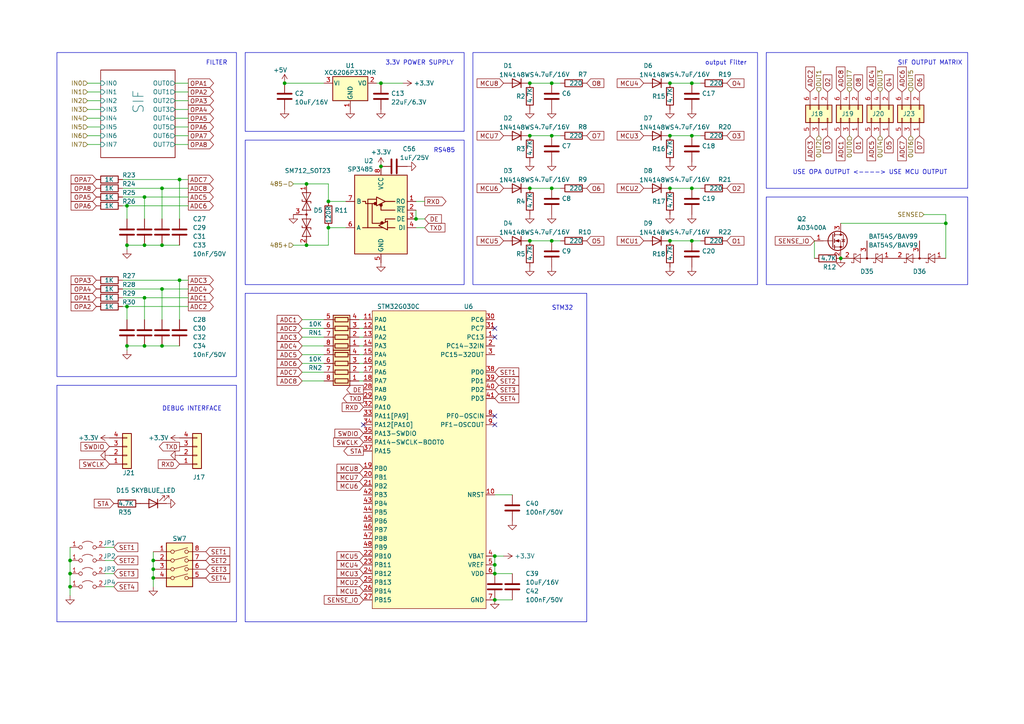
<source format=kicad_sch>
(kicad_sch (version 20230121) (generator eeschema)
  (paper "A4")
  (junction (at 36.83 100.33))
  (junction (at 44.45 165.1))
  (junction (at 20.32 166.37))
  (junction (at 41.91 71.12))
  (junction (at 194.31 24.13))
  (junction (at 160.02 54.61))
  (junction (at 41.91 57.15))
  (junction (at 143.51 166.37))
  (junction (at 41.91 86.36))
  (junction (at 88.9 71.12))
  (junction (at 194.31 69.85))
  (junction (at 52.07 81.28))
  (junction (at 200.66 24.13))
  (junction (at 110.49 24.13))
  (junction (at 36.83 71.12))
  (junction (at 143.51 163.83))
  (junction (at 153.67 39.37))
  (junction (at 110.49 48.26))
  (junction (at 20.32 170.18))
  (junction (at 200.66 54.61))
  (junction (at 160.02 39.37))
  (junction (at 44.45 167.64))
  (junction (at 153.67 69.85))
  (junction (at 194.31 54.61))
  (junction (at 160.02 24.13))
  (junction (at 46.99 54.61))
  (junction (at 88.9 53.34))
  (junction (at 95.25 66.04))
  (junction (at 143.51 161.29))
  (junction (at 52.07 52.07))
  (junction (at 46.99 83.82))
  (junction (at 95.25 58.42))
  (junction (at 274.32 64.77))
  (junction (at 41.91 100.33))
  (junction (at 153.67 24.13))
  (junction (at 44.45 162.56))
  (junction (at 82.55 24.13))
  (junction (at 46.99 100.33))
  (junction (at 46.99 71.12))
  (junction (at 194.31 39.37))
  (junction (at 200.66 69.85))
  (junction (at 36.83 59.69))
  (junction (at 243.84 74.93))
  (junction (at 20.32 162.56))
  (junction (at 160.02 69.85))
  (junction (at 143.51 173.99))
  (junction (at 200.66 39.37))
  (junction (at 36.83 88.9))
  (junction (at 120.65 63.5))
  (junction (at 153.67 54.61))
  (no_connect (at 143.51 95.25))
  (no_connect (at 143.51 120.65))
  (no_connect (at 143.51 97.79))
  (no_connect (at 105.41 123.19))
  (no_connect (at 143.51 123.19))
  (wire (pts (xy 87.63 110.49) (xy 93.98 110.49)))
  (wire (pts (xy 52.07 52.07) (xy 54.61 52.07)))
  (wire (pts (xy 95.25 66.04) (xy 100.33 66.04)))
  (wire (pts (xy 87.63 92.71) (xy 93.98 92.71)))
  (wire (pts (xy 20.32 162.56) (xy 20.32 166.37)))
  (wire (pts (xy 109.22 24.13) (xy 110.49 24.13)))
  (wire (pts (xy 123.19 66.04) (xy 120.65 66.04)))
  (wire (pts (xy 33.02 166.37) (xy 30.48 166.37)))
  (wire (pts (xy 87.63 97.79) (xy 93.98 97.79)))
  (wire (pts (xy 120.65 60.96) (xy 120.65 63.5)))
  (wire (pts (xy 160.02 54.61) (xy 162.56 54.61)))
  (wire (pts (xy 104.14 97.79) (xy 105.41 97.79)))
  (wire (pts (xy 143.51 161.29) (xy 146.05 161.29)))
  (wire (pts (xy 35.56 83.82) (xy 46.99 83.82)))
  (wire (pts (xy 41.91 92.71) (xy 41.91 86.36)))
  (wire (pts (xy 50.8 39.37) (xy 54.61 39.37)))
  (wire (pts (xy 104.14 102.87) (xy 105.41 102.87)))
  (wire (pts (xy 36.83 71.12) (xy 41.91 71.12)))
  (wire (pts (xy 52.07 52.07) (xy 52.07 63.5)))
  (wire (pts (xy 153.67 39.37) (xy 160.02 39.37)))
  (wire (pts (xy 46.99 83.82) (xy 54.61 83.82)))
  (wire (pts (xy 52.07 81.28) (xy 54.61 81.28)))
  (wire (pts (xy 88.9 53.34) (xy 95.25 53.34)))
  (wire (pts (xy 50.8 36.83) (xy 54.61 36.83)))
  (wire (pts (xy 41.91 86.36) (xy 54.61 86.36)))
  (wire (pts (xy 87.63 107.95) (xy 93.98 107.95)))
  (wire (pts (xy 35.56 86.36) (xy 41.91 86.36)))
  (wire (pts (xy 153.67 69.85) (xy 160.02 69.85)))
  (wire (pts (xy 36.83 72.39) (xy 36.83 71.12)))
  (wire (pts (xy 25.4 41.91) (xy 29.21 41.91)))
  (wire (pts (xy 20.32 166.37) (xy 20.32 170.18)))
  (wire (pts (xy 36.83 100.33) (xy 41.91 100.33)))
  (wire (pts (xy 33.02 162.56) (xy 30.48 162.56)))
  (wire (pts (xy 35.56 54.61) (xy 46.99 54.61)))
  (wire (pts (xy 41.91 57.15) (xy 54.61 57.15)))
  (wire (pts (xy 82.55 24.13) (xy 93.98 24.13)))
  (polyline (pts (xy 68.58 180.34) (xy 68.58 111.76)))
  (polyline (pts (xy 16.51 111.76) (xy 68.58 111.76)))
  (wire (pts (xy 160.02 39.37) (xy 162.56 39.37)))
  (wire (pts (xy 25.4 39.37) (xy 29.21 39.37)))
  (wire (pts (xy 25.4 34.29) (xy 29.21 34.29)))
  (wire (pts (xy 87.63 105.41) (xy 93.98 105.41)))
  (wire (pts (xy 25.4 24.13) (xy 29.21 24.13)))
  (wire (pts (xy 95.25 58.42) (xy 100.33 58.42)))
  (wire (pts (xy 50.8 29.21) (xy 54.61 29.21)))
  (wire (pts (xy 41.91 71.12) (xy 46.99 71.12)))
  (wire (pts (xy 274.32 62.23) (xy 267.97 62.23)))
  (wire (pts (xy 143.51 163.83) (xy 143.51 166.37)))
  (wire (pts (xy 50.8 41.91) (xy 54.61 41.91)))
  (wire (pts (xy 44.45 162.56) (xy 44.45 165.1)))
  (wire (pts (xy 46.99 71.12) (xy 52.07 71.12)))
  (polyline (pts (xy 71.12 85.09) (xy 71.12 180.34)))
  (wire (pts (xy 50.8 26.67) (xy 54.61 26.67)))
  (polyline (pts (xy 170.18 85.09) (xy 71.12 85.09)))
  (wire (pts (xy 194.31 39.37) (xy 200.66 39.37)))
  (wire (pts (xy 87.63 95.25) (xy 93.98 95.25)))
  (wire (pts (xy 25.4 31.75) (xy 29.21 31.75)))
  (wire (pts (xy 50.8 24.13) (xy 54.61 24.13)))
  (wire (pts (xy 104.14 100.33) (xy 105.41 100.33)))
  (wire (pts (xy 36.83 59.69) (xy 54.61 59.69)))
  (polyline (pts (xy 71.12 180.34) (xy 170.18 180.34)))
  (wire (pts (xy 104.14 105.41) (xy 105.41 105.41)))
  (wire (pts (xy 274.32 62.23) (xy 274.32 64.77)))
  (wire (pts (xy 110.49 24.13) (xy 116.84 24.13)))
  (wire (pts (xy 148.59 143.51) (xy 143.51 143.51)))
  (wire (pts (xy 35.56 59.69) (xy 36.83 59.69)))
  (wire (pts (xy 44.45 160.02) (xy 44.45 162.56)))
  (wire (pts (xy 160.02 24.13) (xy 162.56 24.13)))
  (wire (pts (xy 274.32 74.93) (xy 274.32 64.77)))
  (polyline (pts (xy 170.18 180.34) (xy 170.18 85.09)))
  (wire (pts (xy 200.66 54.61) (xy 203.2 54.61)))
  (wire (pts (xy 153.67 24.13) (xy 160.02 24.13)))
  (wire (pts (xy 44.45 167.64) (xy 44.45 170.18)))
  (wire (pts (xy 50.8 34.29) (xy 54.61 34.29)))
  (wire (pts (xy 20.32 170.18) (xy 20.32 172.72)))
  (wire (pts (xy 36.83 59.69) (xy 36.83 63.5)))
  (polyline (pts (xy 16.51 111.76) (xy 16.51 180.34)))
  (wire (pts (xy 143.51 166.37) (xy 148.59 166.37)))
  (wire (pts (xy 200.66 39.37) (xy 203.2 39.37)))
  (wire (pts (xy 104.14 110.49) (xy 105.41 110.49)))
  (wire (pts (xy 46.99 54.61) (xy 54.61 54.61)))
  (wire (pts (xy 25.4 26.67) (xy 29.21 26.67)))
  (wire (pts (xy 104.14 92.71) (xy 105.41 92.71)))
  (wire (pts (xy 33.02 170.18) (xy 30.48 170.18)))
  (wire (pts (xy 236.22 74.93) (xy 236.22 69.85)))
  (wire (pts (xy 46.99 54.61) (xy 46.99 63.5)))
  (wire (pts (xy 41.91 100.33) (xy 46.99 100.33)))
  (polyline (pts (xy 16.51 180.34) (xy 68.58 180.34)))
  (wire (pts (xy 194.31 24.13) (xy 200.66 24.13)))
  (wire (pts (xy 46.99 100.33) (xy 52.07 100.33)))
  (wire (pts (xy 143.51 161.29) (xy 143.51 163.83)))
  (wire (pts (xy 104.14 95.25) (xy 105.41 95.25)))
  (wire (pts (xy 46.99 83.82) (xy 46.99 92.71)))
  (wire (pts (xy 243.84 64.77) (xy 274.32 64.77)))
  (wire (pts (xy 160.02 69.85) (xy 162.56 69.85)))
  (wire (pts (xy 36.83 88.9) (xy 36.83 92.71)))
  (wire (pts (xy 25.4 36.83) (xy 29.21 36.83)))
  (wire (pts (xy 95.25 71.12) (xy 95.25 66.04)))
  (wire (pts (xy 200.66 24.13) (xy 203.2 24.13)))
  (wire (pts (xy 85.09 71.12) (xy 88.9 71.12)))
  (wire (pts (xy 95.25 53.34) (xy 95.25 58.42)))
  (wire (pts (xy 50.8 31.75) (xy 54.61 31.75)))
  (wire (pts (xy 20.32 158.75) (xy 20.32 162.56)))
  (wire (pts (xy 104.14 107.95) (xy 105.41 107.95)))
  (wire (pts (xy 194.31 54.61) (xy 200.66 54.61)))
  (wire (pts (xy 35.56 81.28) (xy 52.07 81.28)))
  (wire (pts (xy 194.31 69.85) (xy 200.66 69.85)))
  (wire (pts (xy 123.19 63.5) (xy 120.65 63.5)))
  (wire (pts (xy 85.09 53.34) (xy 88.9 53.34)))
  (wire (pts (xy 87.63 100.33) (xy 93.98 100.33)))
  (wire (pts (xy 123.19 58.42) (xy 120.65 58.42)))
  (wire (pts (xy 35.56 88.9) (xy 36.83 88.9)))
  (wire (pts (xy 143.51 173.99) (xy 148.59 173.99)))
  (wire (pts (xy 52.07 81.28) (xy 52.07 92.71)))
  (wire (pts (xy 36.83 101.6) (xy 36.83 100.33)))
  (wire (pts (xy 41.91 63.5) (xy 41.91 57.15)))
  (wire (pts (xy 35.56 57.15) (xy 41.91 57.15)))
  (wire (pts (xy 33.02 158.75) (xy 30.48 158.75)))
  (wire (pts (xy 87.63 102.87) (xy 93.98 102.87)))
  (wire (pts (xy 25.4 29.21) (xy 29.21 29.21)))
  (wire (pts (xy 200.66 69.85) (xy 203.2 69.85)))
  (wire (pts (xy 153.67 54.61) (xy 160.02 54.61)))
  (wire (pts (xy 44.45 165.1) (xy 44.45 167.64)))
  (wire (pts (xy 88.9 71.12) (xy 95.25 71.12)))
  (wire (pts (xy 35.56 52.07) (xy 52.07 52.07)))
  (wire (pts (xy 36.83 88.9) (xy 54.61 88.9)))
  (rectangle (start 137.16 15.24) (end 219.71 82.55))
  (rectangle (start 16.51 15.24) (end 68.58 109.22))
  (rectangle (start 222.25 57.15) (end 280.67 82.55))
  (rectangle (start 71.12 15.24) (end 134.62 38.1))
  (rectangle (start 222.25 15.24) (end 280.67 54.61))
  (rectangle (start 71.12 40.64) (end 134.62 82.55))
  (text "SIF OUTPUT MATRIX" (at 260.35 19.05 0) (effects (font (size 1.27 1.27)) (justify left bottom)))
  (text "DEBUG INTERFACE" (at 46.99 119.38 0) (effects (font (size 1.27 1.27)) (justify left bottom)))
  (text "STM32" (at 160.02 90.17 0) (effects (font (size 1.27 1.27)) (justify left bottom)))
  (text "3.3V POWER SUPPLY" (at 111.76 19.05 0) (effects (font (size 1.27 1.27)) (justify left bottom)))
  (text "RS485" (at 125.73 44.45 0) (effects (font (size 1.27 1.27)) (justify left bottom)))
  (text "output Filter" (at 204.47 19.05 0) (effects (font (size 1.27 1.27)) (justify left bottom)))
  (text "USE OPA OUTPUT <----> USE MCU OUTPUT" (at 229.87 50.8 0) (effects (font (size 1.27 1.27)) (justify left bottom)))
  (text "FILTER" (at 59.69 19.05 0) (effects (font (size 1.27 1.27)) (justify left bottom)))
  (global_label "ADC8" (shape input) (at 87.63 110.49 180) (property "Intersheetrefs" "${INTERSHEET_REFS}" (effects hide)))
  (global_label "OPA2" (shape output) (at 54.61 26.67 0) (property "Intersheetrefs" "${INTERSHEET_REFS}" (effects hide)))
  (global_label "ADC4" (shape input) (at 87.63 100.33 180) (property "Intersheetrefs" "${INTERSHEET_REFS}" (effects hide)))
  (global_label "O3" (shape input) (at 240.03 39.37 270) (property "Intersheetrefs" "${INTERSHEET_REFS}" (effects hide)))
  (global_label "ADC8" (shape output) (at 54.61 54.61 0) (property "Intersheetrefs" "${INTERSHEET_REFS}" (effects hide)))
  (global_label "O4" (shape input) (at 210.82 24.13 0) (property "Intersheetrefs" "${INTERSHEET_REFS}" (effects hide)))
  (global_label "MCU7" (shape input) (at 146.05 39.37 180) (property "Intersheetrefs" "${INTERSHEET_REFS}" (effects hide)))
  (global_label "MCU5" (shape input) (at 146.05 69.85 180) (property "Intersheetrefs" "${INTERSHEET_REFS}" (effects hide)))
  (global_label "O8" (shape input) (at 248.92 26.67 90) (property "Intersheetrefs" "${INTERSHEET_REFS}" (effects hide)))
  (global_label "MCU3" (shape input) (at 186.69 39.37 180) (property "Intersheetrefs" "${INTERSHEET_REFS}" (effects hide)))
  (global_label "DE" (shape output) (at 105.41 113.03 180) (property "Intersheetrefs" "${INTERSHEET_REFS}" (effects hide)))
  (global_label "RXD" (shape input) (at 105.41 118.11 180) (property "Intersheetrefs" "${INTERSHEET_REFS}" (effects hide)))
  (global_label "ADC5" (shape input) (at 87.63 102.87 180) (property "Intersheetrefs" "${INTERSHEET_REFS}" (effects hide)))
  (global_label "ADC1" (shape input) (at 87.63 92.71 180) (property "Intersheetrefs" "${INTERSHEET_REFS}" (effects hide)))
  (global_label "MCU7" (shape input) (at 105.41 138.43 180) (property "Intersheetrefs" "${INTERSHEET_REFS}" (effects hide)))
  (global_label "ADC2" (shape input) (at 87.63 95.25 180) (property "Intersheetrefs" "${INTERSHEET_REFS}" (effects hide)))
  (global_label "ADC1" (shape output) (at 54.61 86.36 0) (property "Intersheetrefs" "${INTERSHEET_REFS}" (effects hide)))
  (global_label "OPA4" (shape output) (at 54.61 31.75 0) (property "Intersheetrefs" "${INTERSHEET_REFS}" (effects hide)))
  (global_label "ADC8" (shape input) (at 243.84 26.67 90) (property "Intersheetrefs" "${INTERSHEET_REFS}" (effects hide)))
  (global_label "RXD" (shape output) (at 123.19 58.42 0) (property "Intersheetrefs" "${INTERSHEET_REFS}" (effects hide)))
  (global_label "MCU6" (shape input) (at 105.41 140.97 180) (property "Intersheetrefs" "${INTERSHEET_REFS}" (effects hide)))
  (global_label "MCU2" (shape input) (at 186.69 54.61 180) (property "Intersheetrefs" "${INTERSHEET_REFS}" (effects hide)))
  (global_label "SWCLK" (shape input) (at 105.41 128.27 180) (property "Intersheetrefs" "${INTERSHEET_REFS}" (effects hide)))
  (global_label "TXD" (shape input) (at 123.19 66.04 0) (property "Intersheetrefs" "${INTERSHEET_REFS}" (effects hide)))
  (global_label "ADC6" (shape output) (at 54.61 59.69 0) (property "Intersheetrefs" "${INTERSHEET_REFS}" (effects hide)))
  (global_label "SET4" (shape input) (at 143.51 115.57 0) (property "Intersheetrefs" "${INTERSHEET_REFS}" (effects hide)))
  (global_label "MCU8" (shape input) (at 146.05 24.13 180) (property "Intersheetrefs" "${INTERSHEET_REFS}" (effects hide)))
  (global_label "OPA3" (shape input) (at 27.94 81.28 180) (property "Intersheetrefs" "${INTERSHEET_REFS}" (effects hide)))
  (global_label "SET1" (shape input) (at 33.02 158.75 0) (property "Intersheetrefs" "${INTERSHEET_REFS}" (effects hide)))
  (global_label "SWCLK" (shape input) (at 31.75 134.62 180) (property "Intersheetrefs" "${INTERSHEET_REFS}" (effects hide)))
  (global_label "SET2" (shape input) (at 59.69 162.56 0) (property "Intersheetrefs" "${INTERSHEET_REFS}" (effects hide)))
  (global_label "OPA1" (shape output) (at 54.61 24.13 0) (property "Intersheetrefs" "${INTERSHEET_REFS}" (effects hide)))
  (global_label "O8" (shape input) (at 170.18 24.13 0) (property "Intersheetrefs" "${INTERSHEET_REFS}" (effects hide)))
  (global_label "O2" (shape input) (at 240.03 26.67 90) (property "Intersheetrefs" "${INTERSHEET_REFS}" (effects hide)))
  (global_label "OPA7" (shape input) (at 27.94 52.07 180) (property "Intersheetrefs" "${INTERSHEET_REFS}" (effects hide)))
  (global_label "SET4" (shape input) (at 59.69 167.64 0) (property "Intersheetrefs" "${INTERSHEET_REFS}" (effects hide)))
  (global_label "TXD" (shape output) (at 52.07 129.54 180) (property "Intersheetrefs" "${INTERSHEET_REFS}" (effects hide)))
  (global_label "O7" (shape input) (at 170.18 39.37 0) (property "Intersheetrefs" "${INTERSHEET_REFS}" (effects hide)))
  (global_label "SWDIO" (shape input) (at 31.75 129.54 180) (property "Intersheetrefs" "${INTERSHEET_REFS}" (effects hide)))
  (global_label "MCU1" (shape input) (at 186.69 69.85 180) (property "Intersheetrefs" "${INTERSHEET_REFS}" (effects hide)))
  (global_label "OPA8" (shape input) (at 27.94 54.61 180) (property "Intersheetrefs" "${INTERSHEET_REFS}" (effects hide)))
  (global_label "O1" (shape input) (at 248.92 39.37 270) (property "Intersheetrefs" "${INTERSHEET_REFS}" (effects hide)))
  (global_label "SET4" (shape input) (at 33.02 170.18 0) (property "Intersheetrefs" "${INTERSHEET_REFS}" (effects hide)))
  (global_label "ADC5" (shape input) (at 252.73 39.37 270) (property "Intersheetrefs" "${INTERSHEET_REFS}" (effects hide)))
  (global_label "O6" (shape input) (at 266.7 26.67 90) (property "Intersheetrefs" "${INTERSHEET_REFS}" (effects hide)))
  (global_label "SET1" (shape input) (at 143.51 107.95 0) (property "Intersheetrefs" "${INTERSHEET_REFS}" (effects hide)))
  (global_label "SENSE_IO" (shape input) (at 236.22 69.85 180) (property "Intersheetrefs" "${INTERSHEET_REFS}" (effects hide)))
  (global_label "OPA3" (shape output) (at 54.61 29.21 0) (property "Intersheetrefs" "${INTERSHEET_REFS}" (effects hide)))
  (global_label "ADC4" (shape output) (at 54.61 83.82 0) (property "Intersheetrefs" "${INTERSHEET_REFS}" (effects hide)))
  (global_label "SWDIO" (shape input) (at 105.41 125.73 180) (property "Intersheetrefs" "${INTERSHEET_REFS}" (effects hide)))
  (global_label "ADC7" (shape input) (at 261.62 39.37 270) (property "Intersheetrefs" "${INTERSHEET_REFS}" (effects hide)))
  (global_label "O5" (shape input) (at 257.81 39.37 270) (property "Intersheetrefs" "${INTERSHEET_REFS}" (effects hide)))
  (global_label "OPA6" (shape output) (at 54.61 36.83 0) (property "Intersheetrefs" "${INTERSHEET_REFS}" (effects hide)))
  (global_label "ADC7" (shape input) (at 87.63 107.95 180) (property "Intersheetrefs" "${INTERSHEET_REFS}" (effects hide)))
  (global_label "SET3" (shape input) (at 59.69 165.1 0) (property "Intersheetrefs" "${INTERSHEET_REFS}" (effects hide)))
  (global_label "STA" (shape input) (at 33.02 146.05 180) (property "Intersheetrefs" "${INTERSHEET_REFS}" (effects hide)))
  (global_label "OPA8" (shape output) (at 54.61 41.91 0) (property "Intersheetrefs" "${INTERSHEET_REFS}" (effects hide)))
  (global_label "O5" (shape input) (at 170.18 69.85 0) (property "Intersheetrefs" "${INTERSHEET_REFS}" (effects hide)))
  (global_label "TXD" (shape output) (at 105.41 115.57 180) (property "Intersheetrefs" "${INTERSHEET_REFS}" (effects hide)))
  (global_label "MCU3" (shape input) (at 105.41 166.37 180) (property "Intersheetrefs" "${INTERSHEET_REFS}" (effects hide)))
  (global_label "ADC2" (shape output) (at 54.61 88.9 0) (property "Intersheetrefs" "${INTERSHEET_REFS}" (effects hide)))
  (global_label "ADC3" (shape input) (at 87.63 97.79 180) (property "Intersheetrefs" "${INTERSHEET_REFS}" (effects hide)))
  (global_label "SET2" (shape input) (at 33.02 162.56 0) (property "Intersheetrefs" "${INTERSHEET_REFS}" (effects hide)))
  (global_label "MCU6" (shape input) (at 146.05 54.61 180) (property "Intersheetrefs" "${INTERSHEET_REFS}" (effects hide)))
  (global_label "RXD" (shape input) (at 52.07 134.62 180) (property "Intersheetrefs" "${INTERSHEET_REFS}" (effects hide)))
  (global_label "OPA5" (shape output) (at 54.61 34.29 0) (property "Intersheetrefs" "${INTERSHEET_REFS}" (effects hide)))
  (global_label "DE" (shape input) (at 123.19 63.5 0) (property "Intersheetrefs" "${INTERSHEET_REFS}" (effects hide)))
  (global_label "O3" (shape input) (at 210.82 39.37 0) (property "Intersheetrefs" "${INTERSHEET_REFS}" (effects hide)))
  (global_label "O7" (shape input) (at 266.7 39.37 270) (property "Intersheetrefs" "${INTERSHEET_REFS}" (effects hide)))
  (global_label "MCU2" (shape input) (at 105.41 168.91 180) (property "Intersheetrefs" "${INTERSHEET_REFS}" (effects hide)))
  (global_label "OPA7" (shape output) (at 54.61 39.37 0) (property "Intersheetrefs" "${INTERSHEET_REFS}" (effects hide)))
  (global_label "O1" (shape input) (at 210.82 69.85 0) (property "Intersheetrefs" "${INTERSHEET_REFS}" (effects hide)))
  (global_label "ADC3" (shape input) (at 234.95 39.37 270) (property "Intersheetrefs" "${INTERSHEET_REFS}" (effects hide)))
  (global_label "OPA6" (shape input) (at 27.94 59.69 180) (property "Intersheetrefs" "${INTERSHEET_REFS}" (effects hide)))
  (global_label "ADC2" (shape input) (at 234.95 26.67 90) (property "Intersheetrefs" "${INTERSHEET_REFS}" (effects hide)))
  (global_label "OPA2" (shape input) (at 27.94 88.9 180) (property "Intersheetrefs" "${INTERSHEET_REFS}" (effects hide)))
  (global_label "MCU4" (shape input) (at 186.69 24.13 180) (property "Intersheetrefs" "${INTERSHEET_REFS}" (effects hide)))
  (global_label "MCU1" (shape input) (at 105.41 171.45 180) (property "Intersheetrefs" "${INTERSHEET_REFS}" (effects hide)))
  (global_label "SET3" (shape input) (at 143.51 113.03 0) (property "Intersheetrefs" "${INTERSHEET_REFS}" (effects hide)))
  (global_label "ADC3" (shape output) (at 54.61 81.28 0) (property "Intersheetrefs" "${INTERSHEET_REFS}" (effects hide)))
  (global_label "OPA4" (shape input) (at 27.94 83.82 180) (property "Intersheetrefs" "${INTERSHEET_REFS}" (effects hide)))
  (global_label "SENSE_IO" (shape input) (at 105.41 173.99 180) (property "Intersheetrefs" "${INTERSHEET_REFS}" (effects hide)))
  (global_label "O2" (shape input) (at 210.82 54.61 0) (property "Intersheetrefs" "${INTERSHEET_REFS}" (effects hide)))
  (global_label "SET2" (shape input) (at 143.51 110.49 0) (property "Intersheetrefs" "${INTERSHEET_REFS}" (effects hide)))
  (global_label "STA" (shape output) (at 105.41 130.81 180) (property "Intersheetrefs" "${INTERSHEET_REFS}" (effects hide)))
  (global_label "MCU8" (shape input) (at 105.41 135.89 180) (property "Intersheetrefs" "${INTERSHEET_REFS}" (effects hide)))
  (global_label "O6" (shape input) (at 170.18 54.61 0) (property "Intersheetrefs" "${INTERSHEET_REFS}" (effects hide)))
  (global_label "ADC6" (shape input) (at 87.63 105.41 180) (property "Intersheetrefs" "${INTERSHEET_REFS}" (effects hide)))
  (global_label "MCU4" (shape input) (at 105.41 163.83 180) (property "Intersheetrefs" "${INTERSHEET_REFS}" (effects hide)))
  (global_label "SET1" (shape input) (at 59.69 160.02 0) (property "Intersheetrefs" "${INTERSHEET_REFS}" (effects hide)))
  (global_label "O4" (shape input) (at 257.81 26.67 90) (property "Intersheetrefs" "${INTERSHEET_REFS}" (effects hide)))
  (global_label "ADC6" (shape input) (at 261.62 26.67 90) (property "Intersheetrefs" "${INTERSHEET_REFS}" (effects hide)))
  (global_label "ADC5" (shape output) (at 54.61 57.15 0) (property "Intersheetrefs" "${INTERSHEET_REFS}" (effects hide)))
  (global_label "MCU5" (shape input) (at 105.41 161.29 180) (property "Intersheetrefs" "${INTERSHEET_REFS}" (effects hide)))
  (global_label "ADC1" (shape input) (at 243.84 39.37 270) (property "Intersheetrefs" "${INTERSHEET_REFS}" (effects hide)))
  (global_label "OPA5" (shape input) (at 27.94 57.15 180) (property "Intersheetrefs" "${INTERSHEET_REFS}" (effects hide)))
  (global_label "OPA1" (shape input) (at 27.94 86.36 180) (property "Intersheetrefs" "${INTERSHEET_REFS}" (effects hide)))
  (global_label "ADC4" (shape input) (at 252.73 26.67 90) (property "Intersheetrefs" "${INTERSHEET_REFS}" (effects hide)))
  (global_label "ADC7" (shape output) (at 54.61 52.07 0) (property "Intersheetrefs" "${INTERSHEET_REFS}" (effects hide)))
  (global_label "SET3" (shape input) (at 33.02 166.37 0) (property "Intersheetrefs" "${INTERSHEET_REFS}" (effects hide)))
  (hierarchical_label "IN3" (shape input) (at 25.4 31.75 180))
  (hierarchical_label "IN5" (shape input) (at 25.4 36.83 180))
  (hierarchical_label "IN4" (shape input) (at 25.4 34.29 180))
  (hierarchical_label "OUT3" (shape input) (at 255.27 26.67 90))
  (hierarchical_label "IN7" (shape input) (at 25.4 41.91 180))
  (hierarchical_label "OUT1" (shape input) (at 237.49 26.67 90))
  (hierarchical_label "IN0" (shape input) (at 25.4 24.13 180))
  (hierarchical_label "OUT2" (shape input) (at 237.49 39.37 270))
  (hierarchical_label "485+" (shape input) (at 85.09 71.12 180))
  (hierarchical_label "485-" (shape input) (at 85.09 53.34 180))
  (hierarchical_label "OUT4" (shape input) (at 255.27 39.37 270))
  (hierarchical_label "IN2" (shape input) (at 25.4 29.21 180))
  (hierarchical_label "IN6" (shape input) (at 25.4 39.37 180))
  (hierarchical_label "OUT7" (shape input) (at 246.38 26.67 90))
  (hierarchical_label "SENSE" (shape input) (at 267.97 62.23 180))
  (hierarchical_label "OUT0" (shape input) (at 246.38 39.37 270))
  (hierarchical_label "OUT6" (shape input) (at 264.16 39.37 270))
  (hierarchical_label "OUT5" (shape input) (at 264.16 26.67 90))
  (hierarchical_label "IN1" (shape input) (at 25.4 26.67 180))
  (symbol (lib_id "power:GND") (at 194.31 77.47 0) (unit 1)
    (property "Reference" "#PWR084" (effects hide))
    (property "Value" "GND" (effects hide))
    (instances (project "IO256" (path "" (reference "#PWR084") (unit 1))) (project "taiko_frontend" (path "" (reference "#PWR0124") (unit 1))) (project "new_io" (path "" (reference "#PWR0124") (unit 1))))
  )
  (symbol (lib_id "power:GND") (at 243.84 74.93 0) (unit 1)
    (property "Reference" "#PWR0173" (effects hide))
    (property "Value" "GND" (effects hide))
    (instances (project "IO256" (path "" (reference "#PWR0173") (unit 1))) (project "taiko_frontend" (path "" (reference "#PWR0128") (unit 1))) (project "new_io" (path "" (reference "#PWR0124") (unit 1))))
  )
  (symbol (lib_id "power:GND") (at 160.02 31.75 0) (unit 1)
    (property "Reference" "#PWR064" (effects hide))
    (property "Value" "GND" (effects hide))
    (instances (project "IO256" (path "" (reference "#PWR064") (unit 1))) (project "taiko_frontend" (path "" (reference "#PWR0114") (unit 1))) (project "new_io" (path "" (reference "#PWR0124") (unit 1))))
  )
  (symbol (lib_id "Device:R") (at 207.01 39.37 270) (unit 1)
    (property "Reference" "R20" (at 208.28 36.83 90) (effects (justify left)))
    (property "Value" "220" (at 205.74 39.37 90) (effects (justify left)))
    (property "Footprint" "Resistor_SMD:R_0603_1608Metric" (effects hide))
    (instances (project "IO256" (path "" (reference "R20") (unit 1))) (project "taiko_frontend" (path "" (reference "R105") (unit 1))) (project "new_io" (path "" (reference "R29") (unit 1))))
  )
  (symbol (lib_id "power:GND") (at 194.31 31.75 0) (unit 1)
    (property "Reference" "#PWR081" (effects hide))
    (property "Value" "GND" (effects hide))
    (instances (project "IO256" (path "" (reference "#PWR081") (unit 1))) (project "taiko_frontend" (path "" (reference "#PWR0121") (unit 1))) (project "new_io" (path "" (reference "#PWR0124") (unit 1))))
  )
  (symbol (lib_id "Device:R") (at 153.67 27.94 180) (unit 1)
    (property "Reference" "R2" (at 152.4 27.94 0) (effects (justify left)))
    (property "Value" "4.7K" (at 153.67 25.4 90) (effects (justify left)))
    (property "Footprint" "Resistor_SMD:R_0603_1608Metric" (effects hide))
    (instances (project "IO256" (path "" (reference "R2") (unit 1))) (project "taiko_frontend" (path "" (reference "R91") (unit 1))) (project "new_io" (path "" (reference "R29") (unit 1))))
  )
  (symbol (lib_id "Device:C") (at 160.02 73.66 180) (unit 1)
    (property "Reference" "C9" (at 162.941 72.8253 0) (effects (justify right)))
    (property "Value" "4.7uF/16V" (at 154.94 67.31 0) (effects (justify right)))
    (property "Footprint" "Capacitor_SMD:C_0603_1608Metric" (effects hide))
    (instances (project "IO256" (path "" (reference "C9") (unit 1))) (project "taiko_frontend" (path "" (reference "C49") (unit 1))) (project "new_io" (path "" (reference "C5") (unit 1))))
  )
  (symbol (lib_id "Device:R") (at 153.67 43.18 180) (unit 1)
    (property "Reference" "R3" (at 152.4 43.18 0) (effects (justify left)))
    (property "Value" "4.7K" (at 153.67 40.64 90) (effects (justify left)))
    (property "Footprint" "Resistor_SMD:R_0603_1608Metric" (effects hide))
    (instances (project "IO256" (path "" (reference "R3") (unit 1))) (project "taiko_frontend" (path "" (reference "R92") (unit 1))) (project "new_io" (path "" (reference "R29") (unit 1))))
  )
  (symbol (lib_id "Device:R") (at 207.01 24.13 270) (unit 1)
    (property "Reference" "R19" (at 208.28 21.59 90) (effects (justify left)))
    (property "Value" "220" (at 205.74 24.13 90) (effects (justify left)))
    (property "Footprint" "Resistor_SMD:R_0603_1608Metric" (effects hide))
    (instances (project "IO256" (path "" (reference "R19") (unit 1))) (project "taiko_frontend" (path "" (reference "R103") (unit 1))) (project "new_io" (path "" (reference "R29") (unit 1))))
  )
  (symbol (lib_id "Device:R") (at 153.67 73.66 180) (unit 1)
    (property "Reference" "R5" (at 152.4 73.66 0) (effects (justify left)))
    (property "Value" "4.7K" (at 153.67 71.12 90) (effects (justify left)))
    (property "Footprint" "Resistor_SMD:R_0603_1608Metric" (effects hide))
    (instances (project "IO256" (path "" (reference "R5") (unit 1))) (project "taiko_frontend" (path "" (reference "R94") (unit 1))) (project "new_io" (path "" (reference "R29") (unit 1))))
  )
  (symbol (lib_id "Device:R") (at 194.31 73.66 180) (unit 1)
    (property "Reference" "R18" (at 193.04 73.66 0) (effects (justify left)))
    (property "Value" "4.7K" (at 194.31 71.12 90) (effects (justify left)))
    (property "Footprint" "Resistor_SMD:R_0603_1608Metric" (effects hide))
    (instances (project "IO256" (path "" (reference "R18") (unit 1))) (project "taiko_frontend" (path "" (reference "R98") (unit 1))) (project "new_io" (path "" (reference "R29") (unit 1))))
  )
  (symbol (lib_id "Device:R") (at 194.31 43.18 180) (unit 1)
    (property "Reference" "R16" (at 193.04 43.18 0) (effects (justify left)))
    (property "Value" "4.7K" (at 194.31 40.64 90) (effects (justify left)))
    (property "Footprint" "Resistor_SMD:R_0603_1608Metric" (effects hide))
    (instances (project "IO256" (path "" (reference "R16") (unit 1))) (project "taiko_frontend" (path "" (reference "R96") (unit 1))) (project "new_io" (path "" (reference "R29") (unit 1))))
  )
  (symbol (lib_id "Connector_Generic:Conn_02x03_Odd_Even") (at 264.16 34.29 270) (mirror x) (unit 1)
    (property "Reference" "J23" (at 265.43 33.02 90) (effects (justify right)))
    (property "Value" "Conn_02x03_Odd_Even" (effects hide))
    (property "Footprint" "Connector_PinHeader_2.54mm:PinHeader_2x03_P2.54mm_Vertical" (effects hide))
  )
  (symbol (lib_id "power:GND") (at 48.26 146.05 90) (unit 1)
    (property "Reference" "#PWR0120" (effects hide))
    (property "Value" "GND" (effects hide))
    (instances (project "IO256" (path "" (reference "#PWR0120") (unit 1))) (project "taiko_frontend" (path "" (reference "#PWR0144") (unit 1))) (project "new_io" (path "" (reference "#PWR084") (unit 1))))
  )
  (symbol (lib_id "Device:C") (at 110.49 27.94 0) (unit 1)
    (property "Reference" "C13" (at 113.411 27.1053 0) (effects (justify left)))
    (property "Value" "22uF/6.3V" (at 113.411 29.6422 0) (effects (justify left)))
    (property "Footprint" "Capacitor_SMD:C_0603_1608Metric" (effects hide))
    (instances (project "IO256" (path "" (reference "C13") (unit 1))) (project "taiko_frontend" (path "" (reference "C36") (unit 1))) (project "new_io" (path "" (reference "C34") (unit 1))))
  )
  (symbol (lib_id "Device:R") (at 166.37 39.37 270) (unit 1)
    (property "Reference" "R8" (at 167.64 36.83 90) (effects (justify left)))
    (property "Value" "220" (at 165.1 39.37 90) (effects (justify left)))
    (property "Footprint" "Resistor_SMD:R_0603_1608Metric" (effects hide))
    (instances (project "IO256" (path "" (reference "R8") (unit 1))) (project "taiko_frontend" (path "" (reference "R104") (unit 1))) (project "new_io" (path "" (reference "R29") (unit 1))))
  )
  (symbol (lib_id "Device:R") (at 194.31 27.94 180) (unit 1)
    (property "Reference" "R15" (at 193.04 27.94 0) (effects (justify left)))
    (property "Value" "4.7K" (at 194.31 25.4 90) (effects (justify left)))
    (property "Footprint" "Resistor_SMD:R_0603_1608Metric" (effects hide))
    (instances (project "IO256" (path "" (reference "R15") (unit 1))) (project "taiko_frontend" (path "" (reference "R95") (unit 1))) (project "new_io" (path "" (reference "R29") (unit 1))))
  )
  (symbol (lib_id "power:GND") (at 143.51 173.99 0) (unit 1)
    (property "Reference" "#PWR0133" (effects hide))
    (property "Value" "GND" (effects hide))
    (instances (project "IO256" (path "" (reference "#PWR0133") (unit 1))) (project "taiko_frontend" (path "" (reference "#PWR0110") (unit 1))) (project "new_io" (path "" (reference "#PWR079") (unit 1))))
  )
  (symbol (lib_id "Jumper:Jumper_2_Open") (at 25.4 162.56 0) (unit 1) (in_bom no)
    (property "Reference" "JP2" (at 31.75 161.29 0))
    (property "Value" "Jumper_2_Open" (effects hide))
    (property "Footprint" "NewLib:JP_0603" (effects hide))
  )
  (symbol (lib_id "Diode:BAT54S") (at 251.46 74.93 180) (unit 1)
    (property "Reference" "D35" (at 251.46 78.74 0))
    (property "Value" "BAT54S/BAV99" (at 259.08 68.58 0))
    (property "Footprint" "Package_TO_SOT_SMD:SOT-23" (effects hide))
    (property "Datasheet" "https://www.diodes.com/assets/Datasheets/ds11005.pdf" (effects hide))
    (instances (project "IO256" (path "" (reference "D35") (unit 1)) (path "" (reference "D10") (unit 1))) (project "taiko_frontend" (path "" (reference "D1") (unit 1))) (project "new_io" (path "" (reference "D1") (unit 1))))
  )
  (symbol (lib_id "power:GND") (at 153.67 31.75 0) (unit 1)
    (property "Reference" "#PWR059" (effects hide))
    (property "Value" "GND" (effects hide))
    (instances (project "IO256" (path "" (reference "#PWR059") (unit 1))) (project "taiko_frontend" (path "" (reference "#PWR0113") (unit 1))) (project "new_io" (path "" (reference "#PWR0124") (unit 1))))
  )
  (symbol (lib_id "Device:C") (at 52.07 67.31 0) (unit 1)
    (property "Reference" "C33" (at 55.88 71.1169 0) (effects (justify left)))
    (property "Value" "10nF/50V" (at 55.88 73.6569 0) (effects (justify left)))
    (property "Footprint" "Capacitor_SMD:C_0603_1608Metric" (effects hide))
    (instances (project "IO256" (path "" (reference "C33") (unit 1))) (project "taiko_frontend" (path "" (reference "C39") (unit 1))) (project "new_io" (path "" (reference "C31") (unit 1))))
  )
  (symbol (lib_id "Device:R") (at 31.75 54.61 90) (unit 1)
    (property "Reference" "R24" (at 39.37 53.34 90) (effects (justify left)))
    (property "Value" "1K" (at 33.02 54.61 90) (effects (justify left)))
    (property "Footprint" "Resistor_SMD:R_0603_1608Metric" (effects hide))
    (instances (project "IO256" (path "" (reference "R24") (unit 1))) (project "taiko_frontend" (path "" (reference "R84") (unit 1))) (project "new_io" (path "" (reference "R89") (unit 1)) (path "" (reference "R91") (unit 1))))
  )
  (symbol (lib_id "Diode:1N4148WS") (at 149.86 39.37 180) (unit 1)
    (property "Reference" "D2" (at 147.32 34.29 0))
    (property "Value" "1N4148WS" (at 149.86 36.9371 0))
    (property "Footprint" "Diode_SMD:D_SOD-323_HandSoldering" (effects hide))
    (property "Datasheet" "https://www.vishay.com/docs/85751/1n4148ws.pdf" (effects hide))
    (instances (project "IO256" (path "" (reference "D2") (unit 1))) (project "taiko_frontend" (path "" (reference "D28") (unit 1))) (project "new_io" (path "" (reference "D5") (unit 1))))
  )
  (symbol (lib_id "Device:R") (at 166.37 54.61 270) (unit 1)
    (property "Reference" "R9" (at 167.64 52.07 90) (effects (justify left)))
    (property "Value" "220" (at 165.1 54.61 90) (effects (justify left)))
    (property "Footprint" "Resistor_SMD:R_0603_1608Metric" (effects hide))
    (instances (project "IO256" (path "" (reference "R9") (unit 1))) (project "taiko_frontend" (path "" (reference "R106") (unit 1))) (project "new_io" (path "" (reference "R29") (unit 1))))
  )
  (symbol (lib_id "Jumper:Jumper_2_Open") (at 25.4 158.75 0) (unit 1) (in_bom no)
    (property "Reference" "JP1" (at 31.75 157.48 0))
    (property "Value" "Jumper_2_Open" (effects hide))
    (property "Footprint" "NewLib:JP_0603" (effects hide))
  )
  (symbol (lib_id "power:GND") (at 44.45 170.18 0) (unit 1)
    (property "Reference" "#PWR0156" (effects hide))
    (property "Value" "GND" (effects hide))
    (instances (project "IO256" (path "" (reference "#PWR0156") (unit 1))) (project "taiko_frontend" (path "" (reference "#PWR098") (unit 1))) (project "new_io" (path "" (reference "#PWR080") (unit 1))))
  )
  (symbol (lib_id "power:GND") (at 200.66 46.99 0) (unit 1)
    (property "Reference" "#PWR088" (effects hide))
    (property "Value" "GND" (effects hide))
    (instances (project "IO256" (path "" (reference "#PWR088") (unit 1))) (project "taiko_frontend" (path "" (reference "#PWR0126") (unit 1))) (project "new_io" (path "" (reference "#PWR0124") (unit 1))))
  )
  (symbol (lib_id "Device:C") (at 41.91 96.52 0) (unit 1)
    (property "Reference" "C30" (at 55.88 95.2469 0) (effects (justify left)))
    (property "Value" "10nF/50V" (effects hide))
    (property "Footprint" "Capacitor_SMD:C_0603_1608Metric" (effects hide))
    (instances (project "IO256" (path "" (reference "C30") (unit 1))) (project "taiko_frontend" (path "" (reference "C35") (unit 1))) (project "new_io" (path "" (reference "C28") (unit 1))))
  )
  (symbol (lib_id "Device:C") (at 200.66 73.66 180) (unit 1)
    (property "Reference" "C20" (at 203.581 72.8253 0) (effects (justify right)))
    (property "Value" "4.7uF/16V" (at 195.58 67.31 0) (effects (justify right)))
    (property "Footprint" "Capacitor_SMD:C_0603_1608Metric" (effects hide))
    (instances (project "IO256" (path "" (reference "C20") (unit 1))) (project "taiko_frontend" (path "" (reference "C53") (unit 1))) (project "new_io" (path "" (reference "C5") (unit 1))))
  )
  (symbol (lib_id "Jumper:Jumper_2_Open") (at 25.4 166.37 0) (unit 1) (in_bom no)
    (property "Reference" "JP3" (at 31.75 165.1 0))
    (property "Value" "Jumper_2_Open" (effects hide))
    (property "Footprint" "NewLib:JP_0603" (effects hide))
  )
  (symbol (lib_id "Device:R") (at 95.25 62.23 0) (unit 1)
    (property "Reference" "R11" (at 97.028 61.0179 0) (effects (justify left)))
    (property "Value" "120R" (at 95.25 64.77 90) (effects (justify left)))
    (property "Footprint" "Resistor_SMD:R_0805_2012Metric" (effects hide))
  )
  (symbol (lib_id "power:GND") (at 200.66 62.23 0) (unit 1)
    (property "Reference" "#PWR089" (effects hide))
    (property "Value" "GND" (effects hide))
    (instances (project "IO256" (path "" (reference "#PWR089") (unit 1))) (project "taiko_frontend" (path "" (reference "#PWR0127") (unit 1))) (project "new_io" (path "" (reference "#PWR0124") (unit 1))))
  )
  (symbol (lib_id "power:GND") (at 36.83 72.39 0) (unit 1)
    (property "Reference" "#PWR0112" (effects hide))
    (property "Value" "GND" (effects hide))
    (instances (project "IO256" (path "" (reference "#PWR0112") (unit 1))) (project "taiko_frontend" (path "" (reference "#PWR0104") (unit 1))) (project "new_io" (path "" (reference "#PWR072") (unit 1))))
  )
  (symbol (lib_id "Transistor_FET:AO3400A") (at 241.3 69.85 0) (unit 1)
    (property "Reference" "Q2" (at 231.14 63.5 0) (effects (justify left)))
    (property "Value" "AO3400A" (at 231.14 66.04 0) (effects (justify left)))
    (property "Footprint" "Package_TO_SOT_SMD:SOT-23" (effects hide))
    (property "Datasheet" "http://www.aosmd.com/pdfs/datasheet/AO3400A.pdf" (effects hide))
  )
  (symbol (lib_id "Connector_Generic:Conn_01x04") (at 57.15 132.08 0) (mirror x) (unit 1)
    (property "Reference" "J17" (at 55.88 138.43 0) (effects (justify left)))
    (property "Value" "Conn_01x04" (effects hide))
    (property "Footprint" "Connector_PinHeader_2.54mm:PinHeader_1x04_P2.54mm_Horizontal" (effects hide))
  )
  (symbol (lib_id "Device:C") (at 160.02 27.94 180) (unit 1)
    (property "Reference" "C6" (at 162.941 27.1053 0) (effects (justify right)))
    (property "Value" "4.7uF/16V" (at 154.94 21.59 0) (effects (justify right)))
    (property "Footprint" "Capacitor_SMD:C_0603_1608Metric" (effects hide))
    (instances (project "IO256" (path "" (reference "C6") (unit 1))) (project "taiko_frontend" (path "" (reference "C46") (unit 1))) (project "new_io" (path "" (reference "C5") (unit 1))))
  )
  (symbol (lib_id "Device:R") (at 207.01 54.61 270) (unit 1)
    (property "Reference" "R21" (at 208.28 52.07 90) (effects (justify left)))
    (property "Value" "220" (at 205.74 54.61 90) (effects (justify left)))
    (property "Footprint" "Resistor_SMD:R_0603_1608Metric" (effects hide))
    (instances (project "IO256" (path "" (reference "R21") (unit 1))) (project "taiko_frontend" (path "" (reference "R107") (unit 1))) (project "new_io" (path "" (reference "R29") (unit 1))))
  )
  (symbol (lib_id "Device:C") (at 52.07 96.52 0) (unit 1)
    (property "Reference" "C34" (at 55.88 100.3269 0) (effects (justify left)))
    (property "Value" "10nF/50V" (at 55.88 102.8669 0) (effects (justify left)))
    (property "Footprint" "Capacitor_SMD:C_0603_1608Metric" (effects hide))
    (instances (project "IO256" (path "" (reference "C34") (unit 1))) (project "taiko_frontend" (path "" (reference "C40") (unit 1))) (project "new_io" (path "" (reference "C32") (unit 1))))
  )
  (symbol (lib_id "power:GND") (at 148.59 151.13 0) (unit 1)
    (property "Reference" "#PWR0139" (effects hide))
    (property "Value" "GND" (effects hide))
    (instances (project "IO256" (path "" (reference "#PWR0139") (unit 1))) (project "taiko_frontend" (path "" (reference "#PWR0111") (unit 1))) (project "new_io" (path "" (reference "#PWR084") (unit 1))))
  )
  (symbol (lib_id "power:GND") (at 200.66 77.47 0) (unit 1)
    (property "Reference" "#PWR090" (effects hide))
    (property "Value" "GND" (effects hide))
    (instances (project "IO256" (path "" (reference "#PWR090") (unit 1))) (project "taiko_frontend" (path "" (reference "#PWR0128") (unit 1))) (project "new_io" (path "" (reference "#PWR0124") (unit 1))))
  )
  (symbol (lib_id "power:GND") (at 194.31 46.99 0) (unit 1)
    (property "Reference" "#PWR082" (effects hide))
    (property "Value" "GND" (effects hide))
    (instances (project "IO256" (path "" (reference "#PWR082") (unit 1))) (project "taiko_frontend" (path "" (reference "#PWR0122") (unit 1))) (project "new_io" (path "" (reference "#PWR0124") (unit 1))))
  )
  (symbol (lib_id "power:+3.3V") (at 52.07 127 90) (unit 1)
    (property "Reference" "#PWR063" (effects hide))
    (property "Value" "+3.3V" (at 48.895 127 90) (effects (justify left)))
    (instances (project "IO256" (path "" (reference "#PWR063") (unit 1))) (project "taiko_frontend" (path "" (reference "#PWR0133") (unit 1))))
  )
  (symbol (lib_id "power:GND") (at 101.6 31.75 0) (unit 1)
    (property "Reference" "#PWR070" (effects hide))
    (property "Value" "GND" (effects hide))
    (instances (project "IO256" (path "" (reference "#PWR070") (unit 1))) (project "taiko_frontend" (path "" (reference "#PWR0103") (unit 1))) (project "new_io" (path "" (reference "#PWR077") (unit 1))))
  )
  (symbol (lib_id "Device:C") (at 200.66 43.18 180) (unit 1)
    (property "Reference" "C18" (at 203.581 42.3453 0) (effects (justify right)))
    (property "Value" "4.7uF/16V" (at 195.58 36.83 0) (effects (justify right)))
    (property "Footprint" "Capacitor_SMD:C_0603_1608Metric" (effects hide))
    (instances (project "IO256" (path "" (reference "C18") (unit 1))) (project "taiko_frontend" (path "" (reference "C51") (unit 1))) (project "new_io" (path "" (reference "C5") (unit 1))))
  )
  (symbol (lib_id "Device:C") (at 160.02 58.42 180) (unit 1)
    (property "Reference" "C8" (at 162.941 57.5853 0) (effects (justify right)))
    (property "Value" "4.7uF/16V" (at 154.94 52.07 0) (effects (justify right)))
    (property "Footprint" "Capacitor_SMD:C_0603_1608Metric" (effects hide))
    (instances (project "IO256" (path "" (reference "C8") (unit 1))) (project "taiko_frontend" (path "" (reference "C48") (unit 1))) (project "new_io" (path "" (reference "C5") (unit 1))))
  )
  (symbol (lib_id "Regulator_Linear:XC6206PxxxMR") (at 101.6 24.13 0) (unit 1)
    (property "Reference" "U1" (at 101.6 19.05 0))
    (property "Value" "XC6206P332MR" (at 101.6 21.0621 0))
    (property "Footprint" "Package_TO_SOT_SMD:SOT-23" (effects hide))
    (property "Datasheet" "https://www.torexsemi.com/file/xc6206/XC6206.pdf" (effects hide))
    (instances (project "IO256" (path "" (reference "U1") (unit 1))) (project "taiko_frontend" (path "" (reference "U6") (unit 1))) (project "new_io" (path "" (reference "U6") (unit 1))))
  )
  (symbol (lib_id "power:GND") (at 52.07 132.08 270) (unit 1)
    (property "Reference" "#PWR071" (effects hide))
    (property "Value" "GND" (effects hide))
    (instances (project "IO256" (path "" (reference "#PWR071") (unit 1))) (project "taiko_frontend" (path "" (reference "#PWR0102") (unit 1))) (project "new_io" (path "" (reference "#PWR081") (unit 1))))
  )
  (symbol (lib_id "Device:R_Pack04") (at 99.06 95.25 90) (unit 1)
    (property "Reference" "RN1" (at 91.44 96.52 90))
    (property "Value" "10K" (at 91.44 93.98 90))
    (property "Footprint" "Resistor_SMD:R_Array_Convex_4x0603" (effects hide))
  )
  (symbol (lib_id "Connector_Generic:Conn_02x03_Odd_Even") (at 246.38 34.29 270) (mirror x) (unit 1)
    (property "Reference" "J19" (at 247.65 33.02 90) (effects (justify right)))
    (property "Value" "Conn_02x03_Odd_Even" (effects hide))
    (property "Footprint" "Connector_PinHeader_2.54mm:PinHeader_2x03_P2.54mm_Vertical" (effects hide))
  )
  (symbol (lib_id "Diode:BAT54S") (at 266.7 74.93 180) (unit 1)
    (property "Reference" "D36" (at 266.7 78.74 0))
    (property "Value" "BAT54S/BAV99" (at 259.08 71.12 0))
    (property "Footprint" "Package_TO_SOT_SMD:SOT-23" (effects hide))
    (property "Datasheet" "https://www.diodes.com/assets/Datasheets/ds11005.pdf" (effects hide))
    (instances (project "IO256" (path "" (reference "D36") (unit 1)) (path "" (reference "D10") (unit 1))) (project "taiko_frontend" (path "" (reference "D1") (unit 1))) (project "new_io" (path "" (reference "D1") (unit 1))))
  )
  (symbol (lib_id "Diode:1N4148WS") (at 190.5 24.13 180) (unit 1)
    (property "Reference" "D6" (at 187.96 19.05 0))
    (property "Value" "1N4148WS" (at 190.5 21.6971 0))
    (property "Footprint" "Diode_SMD:D_SOD-323_HandSoldering" (effects hide))
    (property "Datasheet" "https://www.vishay.com/docs/85751/1n4148ws.pdf" (effects hide))
    (instances (project "IO256" (path "" (reference "D6") (unit 1))) (project "taiko_frontend" (path "" (reference "D31") (unit 1))) (project "new_io" (path "" (reference "D5") (unit 1))))
  )
  (symbol (lib_id "Device:C") (at 82.55 27.94 0) (unit 1)
    (property "Reference" "C2" (at 85.471 27.1053 0) (effects (justify left)))
    (property "Value" "10uF/16V" (at 85.471 29.6422 0) (effects (justify left)))
    (property "Footprint" "Capacitor_SMD:C_0603_1608Metric" (effects hide))
    (instances (project "IO256" (path "" (reference "C2") (unit 1))) (project "taiko_frontend" (path "" (reference "C31") (unit 1))) (project "new_io" (path "" (reference "C33") (unit 1))))
  )
  (symbol (lib_id "Device:R") (at 31.75 88.9 90) (unit 1)
    (property "Reference" "R30" (at 39.37 87.63 90) (effects (justify left)))
    (property "Value" "1K" (at 33.02 88.9 90) (effects (justify left)))
    (property "Footprint" "Resistor_SMD:R_0603_1608Metric" (effects hide))
    (instances (project "IO256" (path "" (reference "R30") (unit 1))) (project "taiko_frontend" (path "" (reference "R90") (unit 1))) (project "new_io" (path "" (reference "R89") (unit 1)) (path "" (reference "R97") (unit 1))))
  )
  (symbol (lib_id "Diode:1N4148WS") (at 149.86 24.13 180) (unit 1)
    (property "Reference" "D1" (at 147.32 19.05 0))
    (property "Value" "1N4148WS" (at 149.86 21.6971 0))
    (property "Footprint" "Diode_SMD:D_SOD-323_HandSoldering" (effects hide))
    (property "Datasheet" "https://www.vishay.com/docs/85751/1n4148ws.pdf" (effects hide))
    (instances (project "IO256" (path "" (reference "D1") (unit 1))) (project "taiko_frontend" (path "" (reference "D27") (unit 1))) (project "new_io" (path "" (reference "D5") (unit 1))))
  )
  (symbol (lib_id "Device:C") (at 200.66 27.94 180) (unit 1)
    (property "Reference" "C17" (at 203.581 27.1053 0) (effects (justify right)))
    (property "Value" "4.7uF/16V" (at 195.58 21.59 0) (effects (justify right)))
    (property "Footprint" "Capacitor_SMD:C_0603_1608Metric" (effects hide))
    (instances (project "IO256" (path "" (reference "C17") (unit 1))) (project "taiko_frontend" (path "" (reference "C50") (unit 1))) (project "new_io" (path "" (reference "C5") (unit 1))))
  )
  (symbol (lib_id "Device:R") (at 31.75 52.07 90) (unit 1)
    (property "Reference" "R23" (at 39.37 50.8 90) (effects (justify left)))
    (property "Value" "1K" (at 33.02 52.07 90) (effects (justify left)))
    (property "Footprint" "Resistor_SMD:R_0603_1608Metric" (effects hide))
    (instances (project "IO256" (path "" (reference "R23") (unit 1))) (project "taiko_frontend" (path "" (reference "R83") (unit 1))) (project "new_io" (path "" (reference "R89") (unit 1)) (path "" (reference "R90") (unit 1))))
  )
  (symbol (lib_id "power:GND") (at 110.49 31.75 0) (unit 1)
    (property "Reference" "#PWR072" (effects hide))
    (property "Value" "GND" (effects hide))
    (instances (project "IO256" (path "" (reference "#PWR072") (unit 1))) (project "taiko_frontend" (path "" (reference "#PWR0107") (unit 1))) (project "new_io" (path "" (reference "#PWR078") (unit 1))))
  )
  (symbol (lib_id "power:GND") (at 160.02 77.47 0) (unit 1)
    (property "Reference" "#PWR067" (effects hide))
    (property "Value" "GND" (effects hide))
    (instances (project "IO256" (path "" (reference "#PWR067") (unit 1))) (project "taiko_frontend" (path "" (reference "#PWR0120") (unit 1))) (project "new_io" (path "" (reference "#PWR0124") (unit 1))))
  )
  (symbol (lib_id "Device:C") (at 148.59 170.18 0) (unit 1)
    (property "Reference" "C42" (at 152.4 171.45 0) (effects (justify left)))
    (property "Value" "100nF/50V" (at 152.4 173.99 0) (effects (justify left)))
    (property "Footprint" "Capacitor_SMD:C_0603_1608Metric" (effects hide))
    (instances (project "IO256" (path "" (reference "C42") (unit 1))) (project "taiko_frontend" (path "" (reference "C45") (unit 1))) (project "new_io" (path "" (reference "C37") (unit 1))))
  )
  (symbol (lib_id "power:GND") (at 153.67 77.47 0) (unit 1)
    (property "Reference" "#PWR062" (effects hide))
    (property "Value" "GND" (effects hide))
    (instances (project "IO256" (path "" (reference "#PWR062") (unit 1))) (project "taiko_frontend" (path "" (reference "#PWR0119") (unit 1))) (project "new_io" (path "" (reference "#PWR0124") (unit 1))))
  )
  (symbol (lib_id "Device:R") (at 194.31 58.42 180) (unit 1)
    (property "Reference" "R17" (at 193.04 58.42 0) (effects (justify left)))
    (property "Value" "4.7K" (at 194.31 55.88 90) (effects (justify left)))
    (property "Footprint" "Resistor_SMD:R_0603_1608Metric" (effects hide))
    (instances (project "IO256" (path "" (reference "R17") (unit 1))) (project "taiko_frontend" (path "" (reference "R97") (unit 1))) (project "new_io" (path "" (reference "R29") (unit 1))))
  )
  (symbol (lib_id "Device:C") (at 143.51 170.18 0) (unit 1)
    (property "Reference" "C39" (at 152.4 166.37 0) (effects (justify left)))
    (property "Value" "10uF/16V" (at 152.4 168.91 0) (effects (justify left)))
    (property "Footprint" "Capacitor_SMD:C_0603_1608Metric" (effects hide))
    (instances (project "IO256" (path "" (reference "C39") (unit 1))) (project "taiko_frontend" (path "" (reference "C41") (unit 1))) (project "new_io" (path "" (reference "C35") (unit 1))))
  )
  (symbol (lib_id "Device:LED") (at 44.45 146.05 180) (unit 1)
    (property "Reference" "D15" (at 35.56 142.24 0))
    (property "Value" "SKYBLUE_LED" (at 44.45 142.24 0))
    (property "Footprint" "LED_SMD:LED_0603_1608Metric" (effects hide))
    (instances (project "IO256" (path "" (reference "D15") (unit 1))) (project "taiko_frontend" (path "" (reference "D35") (unit 1))) (project "new_io" (path "" (reference "D35") (unit 1))))
  )
  (symbol (lib_id "power:+3.3V") (at 31.75 127 90) (unit 1)
    (property "Reference" "#PWR0114" (effects hide))
    (property "Value" "+3.3V" (at 28.575 127 90) (effects (justify left)))
    (instances (project "IO256" (path "" (reference "#PWR0114") (unit 1))) (project "taiko_frontend" (path "" (reference "#PWR0133") (unit 1))))
  )
  (symbol (lib_id "power:GND") (at 194.31 62.23 0) (unit 1)
    (property "Reference" "#PWR083" (effects hide))
    (property "Value" "GND" (effects hide))
    (instances (project "IO256" (path "" (reference "#PWR083") (unit 1))) (project "taiko_frontend" (path "" (reference "#PWR0123") (unit 1))) (project "new_io" (path "" (reference "#PWR0124") (unit 1))))
  )
  (symbol (lib_id "power:+3.3V") (at 146.05 161.29 270) (unit 1)
    (property "Reference" "#PWR0134" (effects hide))
    (property "Value" "+3.3V" (at 149.225 161.29 90) (effects (justify left)))
    (instances (project "IO256" (path "" (reference "#PWR0134") (unit 1))) (project "taiko_frontend" (path "" (reference "#PWR0132") (unit 1))))
  )
  (symbol (lib_id "power:+3.3V") (at 110.49 48.26 0) (mirror y) (unit 1)
    (property "Reference" "#PWR049" (effects hide))
    (property "Value" "+3.3V" (at 110.49 44.1269 0))
    (instances (project "IO256" (path "" (reference "#PWR049") (unit 1))) (project "taiko_frontend" (path "" (reference "#PWR0101") (unit 1))))
  )
  (symbol (lib_id "Device:R_Pack04") (at 99.06 105.41 90) (unit 1)
    (property "Reference" "RN2" (at 91.44 106.68 90))
    (property "Value" "10K" (at 91.44 104.14 90))
    (property "Footprint" "Resistor_SMD:R_Array_Convex_4x0603" (effects hide))
  )
  (symbol (lib_id "Device:C") (at 160.02 43.18 180) (unit 1)
    (property "Reference" "C7" (at 162.941 42.3453 0) (effects (justify right)))
    (property "Value" "4.7uF/16V" (at 154.94 36.83 0) (effects (justify right)))
    (property "Footprint" "Capacitor_SMD:C_0603_1608Metric" (effects hide))
    (instances (project "IO256" (path "" (reference "C7") (unit 1))) (project "taiko_frontend" (path "" (reference "C47") (unit 1))) (project "new_io" (path "" (reference "C5") (unit 1))))
  )
  (symbol (lib_id "Device:R") (at 31.75 59.69 90) (unit 1)
    (property "Reference" "R26" (at 39.37 58.42 90) (effects (justify left)))
    (property "Value" "1K" (at 33.02 59.69 90) (effects (justify left)))
    (property "Footprint" "Resistor_SMD:R_0603_1608Metric" (effects hide))
    (instances (project "IO256" (path "" (reference "R26") (unit 1))) (project "taiko_frontend" (path "" (reference "R86") (unit 1))) (project "new_io" (path "" (reference "R89") (unit 1)) (path "" (reference "R93") (unit 1))))
  )
  (symbol (lib_id "Device:R") (at 31.75 86.36 90) (unit 1)
    (property "Reference" "R29" (at 39.37 85.09 90) (effects (justify left)))
    (property "Value" "1K" (at 33.02 86.36 90) (effects (justify left)))
    (property "Footprint" "Resistor_SMD:R_0603_1608Metric" (effects hide))
    (instances (project "IO256" (path "" (reference "R29") (unit 1))) (project "taiko_frontend" (path "" (reference "R89") (unit 1))) (project "new_io" (path "" (reference "R89") (unit 1)) (path "" (reference "R96") (unit 1))))
  )
  (symbol (lib_id "NewLib:STM32G030C") (at 105.41 92.71 0) (unit 1)
    (property "Reference" "U6" (at 135.89 88.9 0))
    (property "Value" "STM32G030C" (at 115.57 88.9 0))
    (property "Footprint" "Package_QFP:LQFP-48_7x7mm_P0.5mm" (effects hide))
    (instances (project "IO256" (path "" (reference "U6") (unit 1))) (project "taiko_frontend" (path "" (reference "U7") (unit 1))) (project "new_io" (path "" (reference "U5") (unit 1))))
  )
  (symbol (lib_id "Interface_UART:MAX485E") (at 110.49 60.96 0) (mirror y) (unit 1)
    (property "Reference" "U2" (at 108.2959 46.6557 0) (effects (justify left)))
    (property "Value" "SP3485" (at 108.2959 49.0799 0) (effects (justify left)))
    (property "Footprint" "Package_SO:SOIC-8_3.9x4.9mm_P1.27mm" (effects hide))
    (property "Datasheet" "https://datasheets.maximintegrated.com/en/ds/MAX1487E-MAX491E.pdf" (effects hide))
  )
  (symbol (lib_id "Device:R") (at 240.03 74.93 90) (unit 1)
    (property "Reference" "R12" (at 242.57 77.47 90) (effects (justify left)))
    (property "Value" "4.7K" (at 242.57 74.93 90) (effects (justify left)))
    (property "Footprint" "Resistor_SMD:R_0603_1608Metric" (effects hide))
    (instances (project "IO256" (path "" (reference "R12") (unit 1))) (project "taiko_frontend" (path "" (reference "R109") (unit 1))) (project "new_io" (path "" (reference "R29") (unit 1))))
  )
  (symbol (lib_id "power:+3.3V") (at 116.84 24.13 270) (unit 1)
    (property "Reference" "#PWR078" (effects hide))
    (property "Value" "+3.3V" (at 120.015 24.13 90) (effects (justify left)))
    (instances (project "IO256" (path "" (reference "#PWR078") (unit 1))) (project "taiko_frontend" (path "" (reference "#PWR0101") (unit 1))))
  )
  (symbol (lib_id "Jumper:Jumper_2_Open") (at 25.4 170.18 0) (unit 1) (in_bom no)
    (property "Reference" "JP4" (at 31.75 168.91 0))
    (property "Value" "Jumper_2_Open" (effects hide))
    (property "Footprint" "NewLib:JP_0603" (effects hide))
  )
  (symbol (lib_id "Device:R") (at 31.75 83.82 90) (unit 1)
    (property "Reference" "R28" (at 39.37 82.55 90) (effects (justify left)))
    (property "Value" "1K" (at 33.02 83.82 90) (effects (justify left)))
    (property "Footprint" "Resistor_SMD:R_0603_1608Metric" (effects hide))
    (instances (project "IO256" (path "" (reference "R28") (unit 1))) (project "taiko_frontend" (path "" (reference "R88") (unit 1))) (project "new_io" (path "" (reference "R89") (unit 1)) (path "" (reference "R95") (unit 1))))
  )
  (symbol (lib_id "Device:C") (at 36.83 67.31 0) (unit 1)
    (property "Reference" "C27" (at 55.88 63.5 0) (effects (justify left)))
    (property "Value" "10nF/50V" (effects hide))
    (property "Footprint" "Capacitor_SMD:C_0603_1608Metric" (effects hide))
    (instances (project "IO256" (path "" (reference "C27") (unit 1))) (project "taiko_frontend" (path "" (reference "C32") (unit 1))) (project "new_io" (path "" (reference "C25") (unit 1))))
  )
  (symbol (lib_id "Device:C") (at 46.99 67.31 0) (unit 1)
    (property "Reference" "C31" (at 55.88 68.5769 0) (effects (justify left)))
    (property "Value" "10nF/50V" (effects hide))
    (property "Footprint" "Capacitor_SMD:C_0603_1608Metric" (effects hide))
    (instances (project "IO256" (path "" (reference "C31") (unit 1))) (project "taiko_frontend" (path "" (reference "C37") (unit 1))) (project "new_io" (path "" (reference "C29") (unit 1))))
  )
  (symbol (lib_id "power:GND") (at 20.32 172.72 0) (unit 1)
    (property "Reference" "#PWR0168" (effects hide))
    (property "Value" "GND" (effects hide))
    (instances (project "IO256" (path "" (reference "#PWR0168") (unit 1))) (project "taiko_frontend" (path "" (reference "#PWR0106") (unit 1))) (project "new_io" (path "" (reference "#PWR082") (unit 1))))
  )
  (symbol (lib_id "power:GND") (at 153.67 46.99 0) (unit 1)
    (property "Reference" "#PWR060" (effects hide))
    (property "Value" "GND" (effects hide))
    (instances (project "IO256" (path "" (reference "#PWR060") (unit 1))) (project "taiko_frontend" (path "" (reference "#PWR0115") (unit 1))) (project "new_io" (path "" (reference "#PWR0124") (unit 1))))
  )
  (symbol (lib_id "power:GND") (at 82.55 31.75 0) (unit 1)
    (property "Reference" "#PWR055" (effects hide))
    (property "Value" "GND" (effects hide))
    (instances (project "IO256" (path "" (reference "#PWR055") (unit 1))) (project "taiko_frontend" (path "" (reference "#PWR0100") (unit 1))) (project "new_io" (path "" (reference "#PWR075") (unit 1))))
  )
  (symbol (lib_id "Device:R") (at 153.67 58.42 180) (unit 1)
    (property "Reference" "R4" (at 152.4 58.42 0) (effects (justify left)))
    (property "Value" "4.7K" (at 153.67 55.88 90) (effects (justify left)))
    (property "Footprint" "Resistor_SMD:R_0603_1608Metric" (effects hide))
    (instances (project "IO256" (path "" (reference "R4") (unit 1))) (project "taiko_frontend" (path "" (reference "R93") (unit 1))) (project "new_io" (path "" (reference "R29") (unit 1))))
  )
  (symbol (lib_id "power:GND") (at 110.49 76.2 0) (mirror y) (unit 1)
    (property "Reference" "#PWR050" (effects hide))
    (property "Value" "GND" (effects hide))
    (instances (project "IO256" (path "" (reference "#PWR050") (unit 1))) (project "taiko_frontend" (path "" (reference "#PWR06") (unit 1))) (project "new_io" (path "" (reference "#PWR0131") (unit 1))))
  )
  (symbol (lib_id "Device:C") (at 114.3 48.26 90) (unit 1)
    (property "Reference" "C56" (at 120.65 43.18 90) (effects (justify left)))
    (property "Value" "1uF/25V" (at 124.46 45.72 90) (effects (justify left)))
    (property "Footprint" "Capacitor_SMD:C_0603_1608Metric" (effects hide))
    (instances (project "IO256" (path "" (reference "C56") (unit 1))) (project "taiko_frontend" (path "" (reference "C45") (unit 1))) (project "new_io" (path "" (reference "C37") (unit 1))))
  )
  (symbol (lib_id "power:GND") (at 160.02 62.23 0) (unit 1)
    (property "Reference" "#PWR066" (effects hide))
    (property "Value" "GND" (effects hide))
    (instances (project "IO256" (path "" (reference "#PWR066") (unit 1))) (project "taiko_frontend" (path "" (reference "#PWR0118") (unit 1))) (project "new_io" (path "" (reference "#PWR0124") (unit 1))))
  )
  (symbol (lib_id "Device:R") (at 166.37 24.13 270) (unit 1)
    (property "Reference" "R7" (at 167.64 21.59 90) (effects (justify left)))
    (property "Value" "220" (at 165.1 24.13 90) (effects (justify left)))
    (property "Footprint" "Resistor_SMD:R_0603_1608Metric" (effects hide))
    (instances (project "IO256" (path "" (reference "R7") (unit 1))) (project "taiko_frontend" (path "" (reference "R102") (unit 1))) (project "new_io" (path "" (reference "R29") (unit 1))))
  )
  (symbol (lib_id "Device:C") (at 36.83 96.52 0) (unit 1)
    (property "Reference" "C28" (at 55.88 92.71 0) (effects (justify left)))
    (property "Value" "10nF/50V" (effects hide))
    (property "Footprint" "Capacitor_SMD:C_0603_1608Metric" (effects hide))
    (instances (project "IO256" (path "" (reference "C28") (unit 1))) (project "taiko_frontend" (path "" (reference "C33") (unit 1))) (project "new_io" (path "" (reference "C26") (unit 1))))
  )
  (symbol (lib_id "Diode:SM712_SOT23") (at 88.9 62.23 270) (unit 1)
    (property "Reference" "D5" (at 90.9066 61.0179 90) (effects (justify left)))
    (property "Value" "SM712_SOT23" (at 82.55 49.53 90) (effects (justify left)))
    (property "Footprint" "Package_TO_SOT_SMD:SOT-23" (effects hide))
    (property "Datasheet" "https://www.littelfuse.com/~/media/electronics/datasheets/tvs_diode_arrays/littelfuse_tvs_diode_array_sm712_datasheet.pdf.pdf" (effects hide))
  )
  (symbol (lib_id "Device:R") (at 31.75 81.28 90) (unit 1)
    (property "Reference" "R27" (at 39.37 80.01 90) (effects (justify left)))
    (property "Value" "1K" (at 33.02 81.28 90) (effects (justify left)))
    (property "Footprint" "Resistor_SMD:R_0603_1608Metric" (effects hide))
    (instances (project "IO256" (path "" (reference "R27") (unit 1))) (project "taiko_frontend" (path "" (reference "R87") (unit 1))) (project "new_io" (path "" (reference "R89") (unit 1)) (path "" (reference "R94") (unit 1))))
  )
  (symbol (lib_id "Device:R") (at 36.83 146.05 270) (unit 1)
    (property "Reference" "R35" (at 34.29 148.59 90) (effects (justify left)))
    (property "Value" "4.7K" (at 34.29 146.05 90) (effects (justify left)))
    (property "Footprint" "Resistor_SMD:R_0603_1608Metric" (effects hide))
    (instances (project "IO256" (path "" (reference "R35") (unit 1))) (project "taiko_frontend" (path "" (reference "R111") (unit 1))) (project "new_io" (path "" (reference "R40") (unit 1))))
  )
  (symbol (lib_id "Device:R") (at 166.37 69.85 270) (unit 1)
    (property "Reference" "R10" (at 167.64 67.31 90) (effects (justify left)))
    (property "Value" "220" (at 165.1 69.85 90) (effects (justify left)))
    (property "Footprint" "Resistor_SMD:R_0603_1608Metric" (effects hide))
    (instances (project "IO256" (path "" (reference "R10") (unit 1))) (project "taiko_frontend" (path "" (reference "R108") (unit 1))) (project "new_io" (path "" (reference "R29") (unit 1))))
  )
  (symbol (lib_id "Diode:1N4148WS") (at 149.86 54.61 180) (unit 1)
    (property "Reference" "D3" (at 147.32 49.53 0))
    (property "Value" "1N4148WS" (at 149.86 52.1771 0))
    (property "Footprint" "Diode_SMD:D_SOD-323_HandSoldering" (effects hide))
    (property "Datasheet" "https://www.vishay.com/docs/85751/1n4148ws.pdf" (effects hide))
    (instances (project "IO256" (path "" (reference "D3") (unit 1))) (project "taiko_frontend" (path "" (reference "D29") (unit 1))) (project "new_io" (path "" (reference "D5") (unit 1))))
  )
  (symbol (lib_id "Device:R") (at 207.01 69.85 270) (unit 1)
    (property "Reference" "R22" (at 208.28 67.31 90) (effects (justify left)))
    (property "Value" "220" (at 205.74 69.85 90) (effects (justify left)))
    (property "Footprint" "Resistor_SMD:R_0603_1608Metric" (effects hide))
    (instances (project "IO256" (path "" (reference "R22") (unit 1))) (project "taiko_frontend" (path "" (reference "R109") (unit 1))) (project "new_io" (path "" (reference "R29") (unit 1))))
  )
  (symbol (lib_id "Connector_Generic:Conn_01x04") (at 36.83 132.08 0) (mirror x) (unit 1)
    (property "Reference" "J21" (at 35.56 137.16 0) (effects (justify left)))
    (property "Value" "Conn_01x04" (effects hide))
    (property "Footprint" "Connector_PinHeader_2.54mm:PinHeader_1x04_P2.54mm_Horizontal" (effects hide))
    (instances (project "IO256" (path "" (reference "J21") (unit 1))) (project "taiko_frontend" (path "" (reference "J5") (unit 1))) (project "new_io" (path "" (reference "J4") (unit 1))))
  )
  (symbol (lib_id "power:GND") (at 153.67 62.23 0) (unit 1)
    (property "Reference" "#PWR061" (effects hide))
    (property "Value" "GND" (effects hide))
    (instances (project "IO256" (path "" (reference "#PWR061") (unit 1))) (project "taiko_frontend" (path "" (reference "#PWR0117") (unit 1))) (project "new_io" (path "" (reference "#PWR0124") (unit 1))))
  )
  (symbol (lib_id "Device:R") (at 31.75 57.15 90) (unit 1)
    (property "Reference" "R25" (at 39.37 55.88 90) (effects (justify left)))
    (property "Value" "1K" (at 33.02 57.15 90) (effects (justify left)))
    (property "Footprint" "Resistor_SMD:R_0603_1608Metric" (effects hide))
    (instances (project "IO256" (path "" (reference "R25") (unit 1))) (project "taiko_frontend" (path "" (reference "R85") (unit 1))) (project "new_io" (path "" (reference "R89") (unit 1)) (path "" (reference "R92") (unit 1))))
  )
  (symbol (lib_id "Diode:1N4148WS") (at 190.5 69.85 180) (unit 1)
    (property "Reference" "D9" (at 187.96 64.77 0))
    (property "Value" "1N4148WS" (at 190.5 67.4171 0))
    (property "Footprint" "Diode_SMD:D_SOD-323_HandSoldering" (effects hide))
    (property "Datasheet" "https://www.vishay.com/docs/85751/1n4148ws.pdf" (effects hide))
    (instances (project "IO256" (path "" (reference "D9") (unit 1))) (project "taiko_frontend" (path "" (reference "D34") (unit 1))) (project "new_io" (path "" (reference "D5") (unit 1))))
  )
  (symbol (lib_id "power:GND") (at 36.83 101.6 0) (unit 1)
    (property "Reference" "#PWR0113" (effects hide))
    (property "Value" "GND" (effects hide))
    (instances (project "IO256" (path "" (reference "#PWR0113") (unit 1))) (project "taiko_frontend" (path "" (reference "#PWR0105") (unit 1))) (project "new_io" (path "" (reference "#PWR073") (unit 1))))
  )
  (symbol (lib_id "Device:C") (at 41.91 67.31 0) (unit 1)
    (property "Reference" "C29" (at 55.88 66.0369 0) (effects (justify left)))
    (property "Value" "10nF/50V" (effects hide))
    (property "Footprint" "Capacitor_SMD:C_0603_1608Metric" (effects hide))
    (instances (project "IO256" (path "" (reference "C29") (unit 1))) (project "taiko_frontend" (path "" (reference "C34") (unit 1))) (project "new_io" (path "" (reference "C27") (unit 1))))
  )
  (symbol (lib_id "Diode:1N4148WS") (at 190.5 39.37 180) (unit 1)
    (property "Reference" "D7" (at 187.96 34.29 0))
    (property "Value" "1N4148WS" (at 190.5 36.9371 0))
    (property "Footprint" "Diode_SMD:D_SOD-323_HandSoldering" (effects hide))
    (property "Datasheet" "https://www.vishay.com/docs/85751/1n4148ws.pdf" (effects hide))
    (instances (project "IO256" (path "" (reference "D7") (unit 1))) (project "taiko_frontend" (path "" (reference "D32") (unit 1))) (project "new_io" (path "" (reference "D5") (unit 1))))
  )
  (symbol (lib_id "Diode:1N4148WS") (at 149.86 69.85 180) (unit 1)
    (property "Reference" "D4" (at 147.32 64.77 0))
    (property "Value" "1N4148WS" (at 149.86 67.4171 0))
    (property "Footprint" "Diode_SMD:D_SOD-323_HandSoldering" (effects hide))
    (property "Datasheet" "https://www.vishay.com/docs/85751/1n4148ws.pdf" (effects hide))
    (instances (project "IO256" (path "" (reference "D4") (unit 1))) (project "taiko_frontend" (path "" (reference "D30") (unit 1))) (project "new_io" (path "" (reference "D5") (unit 1))))
  )
  (symbol (lib_id "power:GND") (at 118.11 48.26 90) (mirror x) (unit 1)
    (property "Reference" "#PWR0179" (effects hide))
    (property "Value" "GND" (effects hide))
    (instances (project "IO256" (path "" (reference "#PWR0179") (unit 1))) (project "taiko_frontend" (path "" (reference "#PWR06") (unit 1))) (project "new_io" (path "" (reference "#PWR0131") (unit 1))))
  )
  (symbol (lib_id "Diode:1N4148WS") (at 190.5 54.61 180) (unit 1)
    (property "Reference" "D8" (at 187.96 49.53 0))
    (property "Value" "1N4148WS" (at 190.5 52.1771 0))
    (property "Footprint" "Diode_SMD:D_SOD-323_HandSoldering" (effects hide))
    (property "Datasheet" "https://www.vishay.com/docs/85751/1n4148ws.pdf" (effects hide))
    (instances (project "IO256" (path "" (reference "D8") (unit 1))) (project "taiko_frontend" (path "" (reference "D33") (unit 1))) (project "new_io" (path "" (reference "D5") (unit 1))))
  )
  (symbol (lib_id "power:GND") (at 85.09 62.23 0) (mirror y) (unit 1)
    (property "Reference" "#PWR051" (effects hide))
    (property "Value" "GND" (effects hide))
    (instances (project "IO256" (path "" (reference "#PWR051") (unit 1))) (project "taiko_frontend" (path "" (reference "#PWR06") (unit 1))) (project "new_io" (path "" (reference "#PWR0131") (unit 1))))
  )
  (symbol (lib_id "power:GND") (at 31.75 132.08 270) (unit 1)
    (property "Reference" "#PWR0115" (effects hide))
    (property "Value" "GND" (effects hide))
    (instances (project "IO256" (path "" (reference "#PWR0115") (unit 1))) (project "taiko_frontend" (path "" (reference "#PWR0102") (unit 1))) (project "new_io" (path "" (reference "#PWR081") (unit 1))))
  )
  (symbol (lib_id "Connector_Generic:Conn_02x03_Odd_Even") (at 255.27 34.29 270) (mirror x) (unit 1)
    (property "Reference" "J20" (at 256.54 33.02 90) (effects (justify right)))
    (property "Value" "Conn_02x03_Odd_Even" (effects hide))
    (property "Footprint" "Connector_PinHeader_2.54mm:PinHeader_2x03_P2.54mm_Vertical" (effects hide))
  )
  (symbol (lib_id "power:+5V") (at 82.55 24.13 0) (unit 1)
    (property "Reference" "#PWR054" (effects hide))
    (property "Value" "+5V" (at 81.28 20.32 0))
    (instances (project "IO256" (path "" (reference "#PWR054") (unit 1))) (project "taiko_frontend" (path "" (reference "#PWR099") (unit 1))) (project "new_io" (path "" (reference "#PWR074") (unit 1))))
  )
  (symbol (lib_id "Device:C") (at 148.59 147.32 0) (unit 1)
    (property "Reference" "C40" (at 152.4 146.05 0) (effects (justify left)))
    (property "Value" "100nF/50V" (at 152.4 148.59 0) (effects (justify left)))
    (property "Footprint" "Capacitor_SMD:C_0603_1608Metric" (effects hide))
    (instances (project "IO256" (path "" (reference "C40") (unit 1))) (project "taiko_frontend" (path "" (reference "C42") (unit 1))) (project "new_io" (path "" (reference "C38") (unit 1))))
  )
  (symbol (lib_id "Connector_Generic:Conn_02x03_Odd_Even") (at 237.49 34.29 270) (mirror x) (unit 1)
    (property "Reference" "J18" (at 238.76 33.02 90) (effects (justify right)))
    (property "Value" "Conn_02x03_Odd_Even" (effects hide))
    (property "Footprint" "Connector_PinHeader_2.54mm:PinHeader_2x03_P2.54mm_Vertical" (effects hide))
  )
  (symbol (lib_id "Switch:SW_DIP_x04") (at 52.07 165.1 0) (unit 1)
    (property "Reference" "SW7" (at 52.07 156.21 0))
    (property "Value" "SW_DIP_x04" (effects hide))
    (property "Footprint" "Button_Switch_SMD:SW_DIP_SPSTx04_Slide_Copal_CHS-04B_W7.62mm_P1.27mm" (effects hide))
    (instances (project "IO256" (path "" (reference "SW7") (unit 1))) (project "taiko_frontend" (path "" (reference "SW1") (unit 1))) (project "new_io" (path "" (reference "SW1") (unit 1))))
  )
  (symbol (lib_id "Device:C") (at 200.66 58.42 180) (unit 1)
    (property "Reference" "C19" (at 203.581 57.5853 0) (effects (justify right)))
    (property "Value" "4.7uF/16V" (at 195.58 52.07 0) (effects (justify right)))
    (property "Footprint" "Capacitor_SMD:C_0603_1608Metric" (effects hide))
    (instances (project "IO256" (path "" (reference "C19") (unit 1))) (project "taiko_frontend" (path "" (reference "C52") (unit 1))) (project "new_io" (path "" (reference "C5") (unit 1))))
  )
  (symbol (lib_id "Device:C") (at 46.99 96.52 0) (unit 1)
    (property "Reference" "C32" (at 55.88 97.7869 0) (effects (justify left)))
    (property "Value" "10nF/50V" (effects hide))
    (property "Footprint" "Capacitor_SMD:C_0603_1608Metric" (effects hide))
    (instances (project "IO256" (path "" (reference "C32") (unit 1))) (project "taiko_frontend" (path "" (reference "C38") (unit 1))) (project "new_io" (path "" (reference "C30") (unit 1))))
  )
  (symbol (lib_id "power:GND") (at 160.02 46.99 0) (unit 1)
    (property "Reference" "#PWR065" (effects hide))
    (property "Value" "GND" (effects hide))
    (instances (project "IO256" (path "" (reference "#PWR065") (unit 1))) (project "taiko_frontend" (path "" (reference "#PWR0116") (unit 1))) (project "new_io" (path "" (reference "#PWR0124") (unit 1))))
  )
  (symbol (lib_id "power:GND") (at 200.66 31.75 0) (unit 1)
    (property "Reference" "#PWR087" (effects hide))
    (property "Value" "GND" (effects hide))
    (instances (project "IO256" (path "" (reference "#PWR087") (unit 1))) (project "taiko_frontend" (path "" (reference "#PWR0125") (unit 1))) (project "new_io" (path "" (reference "#PWR0124") (unit 1))))
  )
  (sheet (at 29.21 20.32) (size 21.59 25.4) (stroke (width 0.1524))
    (property "Sheetname" "SIF" (at 41.91 33.02 90) (effects (font (size 3 3)) (justify left bottom)))
    (property "Sheetfile" "OPA.kicad_sch" (effects hide))
    (pin "OUT6" output (at 50.8 39.37 0))
    (pin "OUT7" output (at 50.8 41.91 0))
    (pin "OUT5" output (at 50.8 36.83 0))
    (pin "OUT4" output (at 50.8 34.29 0))
    (pin "IN7" input (at 29.21 41.91 180))
    (pin "OUT3" output (at 50.8 31.75 0))
    (pin "IN6" input (at 29.21 39.37 180))
    (pin "OUT1" output (at 50.8 26.67 0))
    (pin "OUT2" output (at 50.8 29.21 0))
    (pin "IN0" input (at 29.21 24.13 180))
    (pin "IN1" input (at 29.21 26.67 180))
    (pin "IN2" input (at 29.21 29.21 180))
    (pin "OUT0" output (at 50.8 24.13 0))
    (pin "IN3" input (at 29.21 31.75 180))
    (pin "IN4" input (at 29.21 34.29 180))
    (pin "IN5" input (at 29.21 36.83 180))
  )
)
</source>
